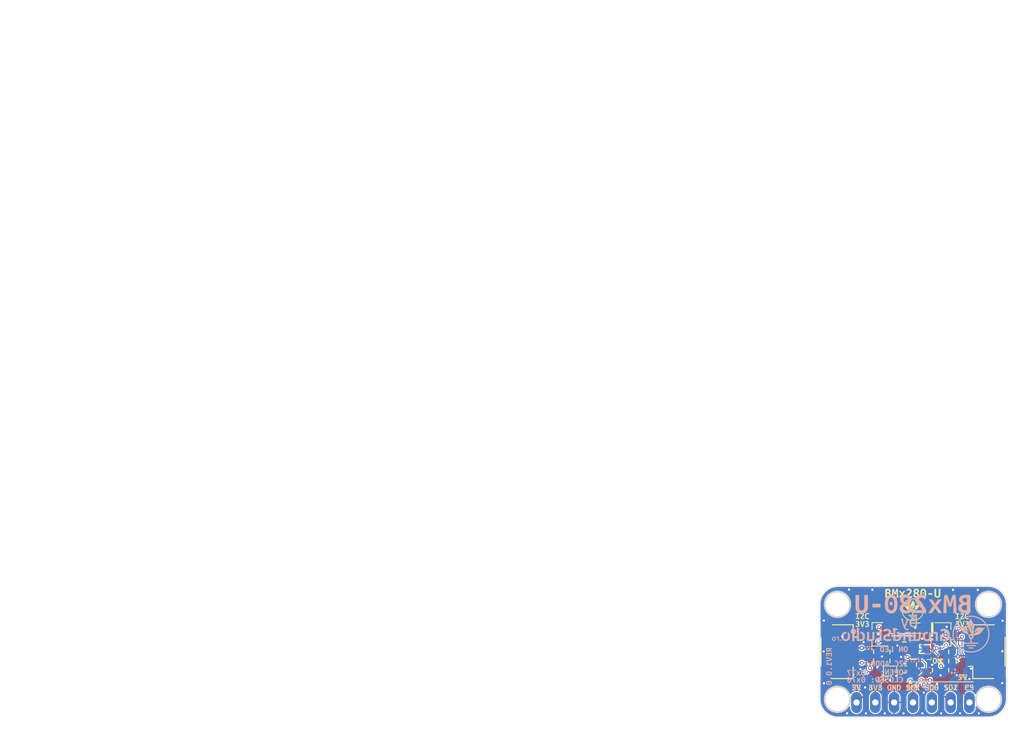
<source format=kicad_pcb>
(kicad_pcb (version 20221018) (generator pcbnew)
  (title_block (title "REV1.0.0 BLQJAZ_GS BMP280-module_U") (date "2024-03-14") (rev "1.0.0"))
  (layers (0 "F.Cu" signal) (31 "B.Cu" signal) (34 "B.Paste" user) (35 "F.Paste" user) (36 "B.SilkS" user "B.Silkscreen") (37 "F.SilkS" user "F.Silkscreen") (38 "B.Mask" user) (39 "F.Mask" user) (44 "Edge.Cuts" user))
  (net 0 "")
  (net 1 "GND")
  (net 2 "+3V3")
  (net 3 "CS")
  (net 4 "SDI_SDA")
  (net 5 "SDO_ADR")
  (net 6 "SCK_SCL")
  (net 7 "SDI_3V")
  (net 8 "SCK_3V")
  (net 9 "CSB_3V")
  (net 10 "Net-(LED1-Pad1)")
  (net 11 "Net-(J2-Pad2)")
  (net 12 "+5V")
  (footprint "GS_Global6:C_0402_alt" (layer "F.Cu") (at 146.1516 118.4402 90)
    (fp_text reference "C4")
    (fp_text value "C_0402_1uF_10V")
    (pad "1" smd roundrect (at -0.485 0 90) (size 0.59 0.64) (layers "F.Cu" "F.Paste" "F.Mask") (net 2 "+3V3"))
    (pad "2" smd roundrect (at 0.485 0 90) (size 0.59 0.64) (layers "F.Cu" "F.Paste" "F.Mask") (net 1 "GND"))
  )
  (footprint "GS_Global6:LED_0402_alt" (layer "F.Cu") (at 152.146 116.84 180)
    (fp_text reference "LED1")
    (fp_text value "ON_LED")
    (pad "1" smd roundrect (at -0.485 0 180) (size 0.59 0.64) (layers "F.Cu" "F.Paste" "F.Mask") (net 10 "Net-(LED1-Pad1)"))
    (pad "2" smd roundrect (at 0.485 0 180) (size 0.59 0.64) (layers "F.Cu" "F.Paste" "F.Mask") (net 2 "+3V3"))
  )
  (footprint "GS_Global6:SOD-323" (layer "F.Cu") (at 147.6375 112.395 180)
    (fp_text reference "D2")
    (fp_text value "1N4148WS")
    (pad "1" smd rect (at -1.3 0 180) (size 1.2 1.2) (layers "F.Cu" "F.Paste" "F.Mask") (net 3 "CS"))
    (pad "2" smd rect (at 1.3 0 180) (size 1.2 1.2) (layers "F.Cu" "F.Paste" "F.Mask") (net 9 "CSB_3V"))
  )
  (footprint "GS_Global6:SOT-23" (layer "F.Cu") (at 142.5575 113.2205 180)
    (fp_text reference "Q1")
    (fp_text value "BSS138")
    (pad "1" smd rect (at -1 -0.95 180) (size 0.9 0.8) (layers "F.Cu" "F.Paste" "F.Mask") (net 2 "+3V3"))
    (pad "2" smd rect (at -1 0.95 180) (size 0.9 0.8) (layers "F.Cu" "F.Paste" "F.Mask") (net 7 "SDI_3V"))
    (pad "3" smd rect (at 1 0 180) (size 0.9 0.8) (layers "F.Cu" "F.Paste" "F.Mask") (net 4 "SDI_SDA"))
  )
  (footprint "GS_Global6:R_0402_alt" (layer "F.Cu") (at 152.146 118.0592 180)
    (fp_text reference "R4")
    (fp_text value "R_0402_10k")
    (pad "1" smd roundrect (at -0.485 0 180) (size 0.59 0.64) (layers "F.Cu" "F.Paste" "F.Mask") (net 10 "Net-(LED1-Pad1)"))
    (pad "2" smd roundrect (at 0.485 0 180) (size 0.59 0.64) (layers "F.Cu" "F.Paste" "F.Mask") (net 11 "Net-(J2-Pad2)"))
  )
  (footprint "GS_Global6:LGA-8_2x2.5mm_BMP&BME280" (layer "F.Cu") (at 148.36394 115.32616)
    (fp_text reference "U1")
    (fp_text value "BMP280")
    (pad "1" smd rect (at 0.92 -0.975) (size 0.725 0.35) (layers "F.Cu" "F.Paste" "F.Mask") (net 1 "GND"))
    (pad "2" smd rect (at 0.92 -0.325) (size 0.725 0.35) (layers "F.Cu" "F.Paste" "F.Mask") (net 9 "CSB_3V"))
    (pad "3" smd rect (at 0.92 0.325) (size 0.725 0.35) (layers "F.Cu" "F.Paste" "F.Mask") (net 7 "SDI_3V"))
    (pad "4" smd rect (at 0.92 0.975) (size 0.725 0.35) (layers "F.Cu" "F.Paste" "F.Mask") (net 8 "SCK_3V"))
    (pad "5" smd rect (at -0.92 0.975) (size 0.725 0.35) (layers "F.Cu" "F.Paste" "F.Mask") (net 5 "SDO_ADR"))
    (pad "6" smd rect (at -0.92 0.325) (size 0.725 0.35) (layers "F.Cu" "F.Paste" "F.Mask") (net 2 "+3V3"))
    (pad "7" smd rect (at -0.92 -0.325) (size 0.725 0.35) (layers "F.Cu" "F.Paste" "F.Mask") (net 1 "GND"))
    (pad "8" smd rect (at -0.92 -0.975) (size 0.725 0.35) (layers "F.Cu" "F.Paste" "F.Mask") (net 2 "+3V3"))
  )
  (footprint "GS_Local:SCREW_M3" (layer "F.Cu") (at 137.09 104.775)
    (fp_text reference "REF**" hide)
    (fp_text value "SCREW_M3")
    (fp_curve (pts (xy -1.6601 4.39674) (xy -1.6601 3.457856) (xy -0.898984 2.69674) (xy 0.0399 2.69674)) (stroke (width 0.2)) (layer "Edge.Cuts"))
    (fp_curve (pts (xy 0.0399 2.69674) (xy 0.978784 2.69674) (xy 1.7399 3.457856) (xy 1.7399 4.39674)) (stroke (width 0.2)) (layer "Edge.Cuts"))
    (fp_curve (pts (xy 0.0399 6.09674) (xy -0.898984 6.09674) (xy -1.6601 5.335624) (xy -1.6601 4.39674)) (stroke (width 0.2)) (layer "Edge.Cuts"))
    (fp_curve (pts (xy 1.7399 4.39674) (xy 1.7399 5.335624) (xy 0.978784 6.09674) (xy 0.0399 6.09674)) (stroke (width 0.2)) (layer "Edge.Cuts"))
  )
  (footprint "GS_Local:SCREW_M3" (layer "F.Cu") (at 157.48 104.775)
    (fp_text reference "REF**" hide)
    (fp_text value "SCREW_M3")
    (fp_curve (pts (xy -1.6601 4.39674) (xy -1.6601 3.457856) (xy -0.898984 2.69674) (xy 0.0399 2.69674)) (stroke (width 0.2)) (layer "Edge.Cuts"))
    (fp_curve (pts (xy 0.0399 2.69674) (xy 0.978784 2.69674) (xy 1.7399 3.457856) (xy 1.7399 4.39674)) (stroke (width 0.2)) (layer "Edge.Cuts"))
    (fp_curve (pts (xy 0.0399 6.09674) (xy -0.898984 6.09674) (xy -1.6601 5.335624) (xy -1.6601 4.39674)) (stroke (width 0.2)) (layer "Edge.Cuts"))
    (fp_curve (pts (xy 1.7399 4.39674) (xy 1.7399 5.335624) (xy 0.978784 6.09674) (xy 0.0399 6.09674)) (stroke (width 0.2)) (layer "Edge.Cuts"))
  )
  (footprint "GS_Local:SCREW_M3" (layer "F.Cu") (at 137.09 117.602)
    (fp_text reference "REF**" hide)
    (fp_text value "SCREW_M3")
    (fp_curve (pts (xy -1.6601 4.39674) (xy -1.6601 3.457856) (xy -0.898984 2.69674) (xy 0.0399 2.69674)) (stroke (width 0.2)) (layer "Edge.Cuts"))
    (fp_curve (pts (xy 0.0399 2.69674) (xy 0.978784 2.69674) (xy 1.7399 3.457856) (xy 1.7399 4.39674)) (stroke (width 0.2)) (layer "Edge.Cuts"))
    (fp_curve (pts (xy 0.0399 6.09674) (xy -0.898984 6.09674) (xy -1.6601 5.335624) (xy -1.6601 4.39674)) (stroke (width 0.2)) (layer "Edge.Cuts"))
    (fp_curve (pts (xy 1.7399 4.39674) (xy 1.7399 5.335624) (xy 0.978784 6.09674) (xy 0.0399 6.09674)) (stroke (width 0.2)) (layer "Edge.Cuts"))
  )
  (footprint "GS_Local:SCREW_M3" (layer "F.Cu") (at 157.48 117.602)
    (fp_text reference "REF**" hide)
    (fp_text value "SCREW_M3")
    (fp_curve (pts (xy -1.6601 4.39674) (xy -1.6601 3.457856) (xy -0.898984 2.69674) (xy 0.0399 2.69674)) (stroke (width 0.2)) (layer "Edge.Cuts"))
    (fp_curve (pts (xy 0.0399 2.69674) (xy 0.978784 2.69674) (xy 1.7399 3.457856) (xy 1.7399 4.39674)) (stroke (width 0.2)) (layer "Edge.Cuts"))
    (fp_curve (pts (xy 0.0399 6.09674) (xy -0.898984 6.09674) (xy -1.6601 5.335624) (xy -1.6601 4.39674)) (stroke (width 0.2)) (layer "Edge.Cuts"))
    (fp_curve (pts (xy 1.7399 4.39674) (xy 1.7399 5.335624) (xy 0.978784 6.09674) (xy 0.0399 6.09674)) (stroke (width 0.2)) (layer "Edge.Cuts"))
  )
  (footprint "GS_Global6:C_0402_alt" (layer "F.Cu") (at 146.13382 114.26444 -90)
    (fp_text reference "C1")
    (fp_text value "C_0402_100nF_16V")
    (pad "1" smd roundrect (at -0.485 0 270) (size 0.59 0.64) (layers "F.Cu" "F.Paste" "F.Mask") (net 2 "+3V3"))
    (pad "2" smd roundrect (at 0.485 0 270) (size 0.59 0.64) (layers "F.Cu" "F.Paste" "F.Mask") (net 1 "GND"))
  )
  (footprint "GS_Global6:R_0402_alt" (layer "F.Cu") (at 142.0114 116.7892 180)
    (fp_text reference "R1")
    (fp_text value "R_0402_10k")
    (pad "1" smd roundrect (at -0.485 0 180) (size 0.59 0.64) (layers "F.Cu" "F.Paste" "F.Mask") (net 12 "+5V"))
    (pad "2" smd roundrect (at 0.485 0 180) (size 0.59 0.64) (layers "F.Cu" "F.Paste" "F.Mask") (net 6 "SCK_SCL"))
  )
  (footprint "GS_Global6:R_0402_alt" (layer "F.Cu") (at 142.0114 115.57 180)
    (fp_text reference "R2")
    (fp_text value "R_0402_10k")
    (pad "1" smd roundrect (at -0.485 0 180) (size 0.59 0.64) (layers "F.Cu" "F.Paste" "F.Mask") (net 12 "+5V"))
    (pad "2" smd roundrect (at 0.485 0 180) (size 0.59 0.64) (layers "F.Cu" "F.Paste" "F.Mask") (net 4 "SDI_SDA"))
  )
  (footprint "GS_Global6:R_0402_alt" (layer "F.Cu") (at 152.146 115.5954)
    (fp_text reference "R3")
    (fp_text value "R_0402_10k")
    (pad "1" smd roundrect (at -0.485 0) (size 0.59 0.64) (layers "F.Cu" "F.Paste" "F.Mask") (net 2 "+3V3"))
    (pad "2" smd roundrect (at 0.485 0) (size 0.59 0.64) (layers "F.Cu" "F.Paste" "F.Mask") (net 7 "SDI_3V"))
  )
  (footprint "GS_Global6:R_0402_alt" (layer "F.Cu") (at 149.9616 118.0592 180)
    (fp_text reference "R7")
    (fp_text value "R_0402_10k")
    (pad "1" smd roundrect (at -0.485 0 180) (size 0.59 0.64) (layers "F.Cu" "F.Paste" "F.Mask") (net 2 "+3V3"))
    (pad "2" smd roundrect (at 0.485 0 180) (size 0.59 0.64) (layers "F.Cu" "F.Paste" "F.Mask") (net 8 "SCK_3V"))
  )
  (footprint "GS_Global6:SH__1x04_P1.00mm_Horizontal" (layer "F.Cu") (at 157.48 115.57 90)
    (fp_text reference "X2")
    (fp_text value "SH_1x04_P1.0_H")
    (pad "0" smd roundrect (at -2.9972 0.1524 90) (size 1 4.199999) (layers "F.Cu" "F.Paste" "F.Mask") (roundrect_rratio 0.208) (net 1 "GND"))
    (pad "0" smd roundrect (at 2.9972 0.127 90) (size 1 4.199999) (layers "F.Cu" "F.Paste" "F.Mask") (roundrect_rratio 0.208) (net 1 "GND"))
    (pad "1" smd roundrect (at -1.5 -1.8796 90) (size 0.6 1.8) (layers "F.Cu" "F.Paste" "F.Mask") (net 1 "GND"))
    (pad "2" smd roundrect (at -0.5 -1.8796 90) (size 0.6 1.8) (layers "F.Cu" "F.Paste" "F.Mask") (net 2 "+3V3"))
    (pad "3" smd roundrect (at 0.5 -1.8796 90) (size 0.6 1.8) (layers "F.Cu" "F.Paste" "F.Mask") (net 7 "SDI_3V"))
    (pad "4" smd roundrect (at 1.5 -1.8796 90) (size 0.6 1.8) (layers "F.Cu" "F.Paste" "F.Mask") (net 8 "SCK_3V"))
  )
  (footprint "GS_Global6:SH__1x04_P1.00mm_Horizontal" (layer "F.Cu") (at 137.16 115.57 -90)
    (fp_text reference "X1")
    (fp_text value "SH_1x04_P1.0_H")
    (pad "0" smd roundrect (at -2.9972 0.1524 270) (size 1 4.199999) (layers "F.Cu" "F.Paste" "F.Mask") (roundrect_rratio 0.208) (net 1 "GND"))
    (pad "0" smd roundrect (at 2.9972 0.127 270) (size 1 4.199999) (layers "F.Cu" "F.Paste" "F.Mask") (roundrect_rratio 0.208) (net 1 "GND"))
    (pad "1" smd roundrect (at -1.5 -1.8796 270) (size 0.6 1.8) (layers "F.Cu" "F.Paste" "F.Mask") (net 1 "GND"))
    (pad "2" smd roundrect (at -0.5 -1.8796 270) (size 0.6 1.8) (layers "F.Cu" "F.Paste" "F.Mask") (net 2 "+3V3"))
    (pad "3" smd roundrect (at 0.5 -1.8796 270) (size 0.6 1.8) (layers "F.Cu" "F.Paste" "F.Mask") (net 7 "SDI_3V"))
    (pad "4" smd roundrect (at 1.5 -1.8796 270) (size 0.6 1.8) (layers "F.Cu" "F.Paste" "F.Mask") (net 8 "SCK_3V"))
  )
  (footprint "GS_Global6:C_0402_alt" (layer "F.Cu") (at 144.2212 116.8146)
    (fp_text reference "C3")
    (fp_text value "C_0402_1uF_10V")
    (pad "1" smd roundrect (at -0.485 0) (size 0.59 0.64) (layers "F.Cu" "F.Paste" "F.Mask") (net 12 "+5V"))
    (pad "2" smd roundrect (at 0.485 0) (size 0.59 0.64) (layers "F.Cu" "F.Paste" "F.Mask") (net 1 "GND"))
  )
  (footprint "GS_Branding:GS_Logo2_3x3" (layer "F.Cu") (at 147.2946 109.9058)
    (fp_text reference "G***" hide)
    (fp_text value "LOGO" hide)
  )
  (footprint "GS_Global6:C_0402_alt" (layer "F.Cu") (at 147.8026 117.33022 180)
    (fp_text reference "C2")
    (fp_text value "C_0402_100nF_16V")
    (pad "1" smd roundrect (at -0.485 0 180) (size 0.59 0.64) (layers "F.Cu" "F.Paste" "F.Mask") (net 2 "+3V3"))
    (pad "2" smd roundrect (at 0.485 0 180) (size 0.59 0.64) (layers "F.Cu" "F.Paste" "F.Mask") (net 1 "GND"))
  )
  (footprint "GS_Global6:FBP1-1-4" (layer "F.Cu") (at 144.24152 118.18874 180)
    (fp_text reference "REG1")
    (fp_text value "FBP1-1-4_ME6211C33U4AG-N")
    (pad "1" smd custom (at -0.35 -0.35 180) (size 0.01 0.01) (layers "F.Cu" "F.Paste" "F.Mask") (net 2 "+3V3") (clearance 0.1524) (options (clearance outline) (anchor rect)) (primitives (gr_poly (pts (xy -0.35 -0.1275) (xy 0.13 -0.1275) (xy 0.13 -0.06) (xy -0.06 0.1275) (xy -0.35 0.1275)) (width 0) (fill yes))))
    (pad "2" smd custom (at -0.35 0.35 270) (size 0.01 0.01) (layers "F.Cu" "F.Paste" "F.Mask") (net 1 "GND") (clearance 0.1524) (options (clearance outline) (anchor rect)) (primitives (gr_poly (pts (xy -0.1275 -0.35) (xy 0.1275 -0.35) (xy 0.1275 -0.06) (xy -0.06 0.13) (xy -0.1275 0.13)) (width 0) (fill yes))))
    (pad "3" smd custom (at 0.35 0.35) (size 0.01 0.01) (layers "F.Cu" "F.Paste" "F.Mask") (net 12 "+5V") (clearance 0.1524) (options (clearance outline) (anchor rect)) (primitives (gr_poly (pts (xy -0.35 -0.1275) (xy 0.13 -0.1275) (xy 0.13 -0.06) (xy -0.06 0.1275) (xy -0.35 0.1275)) (width 0) (fill yes))))
    (pad "4" smd custom (at 0.35 -0.35 90) (size 0.01 0.01) (layers "F.Cu" "F.Paste" "F.Mask") (net 12 "+5V") (clearance 0.1524) (options (clearance outline) (anchor rect)) (primitives (gr_poly (pts (xy -0.1275 -0.35) (xy 0.1275 -0.35) (xy 0.1275 -0.06) (xy -0.06 0.13) (xy -0.1275 0.13)) (width 0) (fill yes))))
    (pad "5" smd rect (at 0 0 180) (size 0.3325 0.3325) (layers "F.Cu" "F.Paste") (net 1 "GND"))
    (pad "5" smd rect (at 0 0 225) (size 0.47 0.47) (layers "F.Cu" "F.Mask") (net 1 "GND") (clearance 0.1524))
  )
  (footprint "GS_Global6:SOT-23" (layer "F.Cu") (at 151.6888 113.23574)
    (fp_text reference "Q2")
    (fp_text value "BSS138")
    (pad "1" smd rect (at -1 -0.95) (size 0.9 0.8) (layers "F.Cu" "F.Paste" "F.Mask") (net 2 "+3V3"))
    (pad "2" smd rect (at -1 0.95) (size 0.9 0.8) (layers "F.Cu" "F.Paste" "F.Mask") (net 8 "SCK_3V"))
    (pad "3" smd rect (at 1 0) (size 0.9 0.8) (layers "F.Cu" "F.Paste" "F.Mask") (net 6 "SCK_SCL"))
  )
  (footprint "kibuzzard-6343FCED" (layer "F.Cu") (at 139.69 120.41)
    (fp_text reference "kibuzzard-6343FCED" hide)
    (fp_text value "G***" hide)
  )
  (footprint "kibuzzard-6343FCED" (layer "F.Cu") (at 154.04 119.03)
    (fp_text reference "kibuzzard-6343FCED" hide)
    (fp_text value "G***" hide)
  )
  (footprint "kibuzzard-6343FD42" (layer "F.Cu") (at 149.86 120.41)
    (fp_text reference "kibuzzard-6343FD42" hide)
    (fp_text value "G***" hide)
  )
  (footprint "kibuzzard-6343FED9" (layer "F.Cu") (at 152.42 120.41)
    (fp_text reference "kibuzzard-6343FED9" hide)
    (fp_text value "G***" hide)
  )
  (footprint "kibuzzard-6343FCE2" (layer "F.Cu") (at 150.58 116.8)
    (fp_text reference "kibuzzard-6343FCE2" hide)
    (fp_text value "G***" hide)
  )
  (footprint "kibuzzard-6343F740" (layer "F.Cu") (at 140.49 110.76)
    (fp_text reference "kibuzzard-6343F740" hide)
    (fp_text value "G***" hide)
  )
  (footprint "kibuzzard-6343FCC8" (layer "F.Cu") (at 142.25 120.41)
    (fp_text reference "kibuzzard-6343FCC8" hide)
    (fp_text value "G***" hide)
  )
  (footprint "kibuzzard-6343F74A" (layer "F.Cu") (at 140.49 111.82)
    (fp_text reference "kibuzzard-6343F74A" hide)
    (fp_text value "G***" hide)
  )
  (footprint "kibuzzard-6343F740" (layer "F.Cu") (at 153.97 110.78)
    (fp_text reference "kibuzzard-6343F740" hide)
    (fp_text value "G***" hide)
  )
  (footprint "kibuzzard-6343FEE9" (layer "F.Cu") (at 154.92 120.41)
    (fp_text reference "kibuzzard-6343FEE9" hide)
    (fp_text value "G***" hide)
  )
  (footprint "kibuzzard-6343FD19" (layer "F.Cu") (at 144.77 120.41)
    (fp_text reference "kibuzzard-6343FD19" hide)
    (fp_text value "G***" hide)
  )
  (footprint "GS_Global6:R_0402_alt" (layer "F.Cu") (at 144.91 112.545 -90)
    (fp_text reference "R6")
    (fp_text value "R_0402_10k")
    (pad "1" smd roundrect (at -0.485 0 270) (size 0.59 0.64) (layers "F.Cu" "F.Paste" "F.Mask") (net 2 "+3V3"))
    (pad "2" smd roundrect (at 0.485 0 270) (size 0.59 0.64) (layers "F.Cu" "F.Paste" "F.Mask") (net 9 "CSB_3V"))
  )
  (footprint "kibuzzard-6343F74A" (layer "F.Cu") (at 153.97 111.84)
    (fp_text reference "kibuzzard-6343F74A" hide)
    (fp_text value "G***" hide)
  )
  (footprint "kibuzzard-6343F6DB" (layer "F.Cu") (at 147.3 107.67)
    (fp_text reference "kibuzzard-6343F6DB" hide)
    (fp_text value "G***" hide)
  )
  (footprint "GS_Global6:R_0402_alt" (layer "F.Cu") (at 144.2 115.5954)
    (fp_text reference "R5")
    (fp_text value "R_0402_10k")
    (pad "1" smd roundrect (at -0.485 0) (size 0.59 0.64) (layers "F.Cu" "F.Paste" "F.Mask") (net 2 "+3V3"))
    (pad "2" smd roundrect (at 0.485 0) (size 0.59 0.64) (layers "F.Cu" "F.Paste" "F.Mask") (net 5 "SDO_ADR"))
  )
  (footprint "kibuzzard-6343FD2F" (layer "F.Cu") (at 147.31 120.41)
    (fp_text reference "kibuzzard-6343FD2F" hide)
    (fp_text value "G***" hide)
  )
  (footprint "GS_Global6:PinHeader_1x07_P2.54mm_Vertical_Male" (layer "B.Cu") (at 139.7 122.428 -90)
    (fp_text reference "J1")
    (fp_text value "Conn_01x07")
    (pad "1" thru_hole oval (at 0 0 270) (size 2.8448 1.4224) (drill 0.849884) (layers "*.Cu" "*.Mask") (net 12 "+5V"))
    (pad "2" thru_hole oval (at 0 -2.54 270) (size 2.8448 1.4224) (drill 0.849884) (layers "*.Cu" "*.Mask") (net 2 "+3V3"))
    (pad "3" thru_hole oval (at 0 -5.08 270) (size 2.8448 1.4224) (drill 0.849884) (layers "*.Cu" "*.Mask") (net 1 "GND"))
    (pad "4" thru_hole oval (at 0 -7.62 270) (size 2.8448 1.4224) (drill 0.849884) (layers "*.Cu" "*.Mask") (net 6 "SCK_SCL"))
    (pad "5" thru_hole oval (at 0 -10.16 270) (size 2.8448 1.4224) (drill 0.849884) (layers "*.Cu" "*.Mask") (net 5 "SDO_ADR"))
    (pad "6" thru_hole oval (at 0 -12.7 270) (size 2.8448 1.4224) (drill 0.849884) (layers "*.Cu" "*.Mask") (net 4 "SDI_SDA"))
    (pad "7" thru_hole oval (at 0 -15.24 270) (size 2.8448 1.4224) (drill 0.849884) (layers "*.Cu" "*.Mask") (net 3 "CS"))
  )
  (footprint "GS_Branding:GS_GroundStudio_14.6x1.8" (layer "B.Cu") (at 144.9832 113.2332 180)
    (fp_text reference "G***" hide)
    (fp_text value "LOGO" hide)
  )
  (footprint "GS_Branding:GS_Logo2_5x5" (layer "B.Cu") (at 155.1559 113.1951 180)
    (fp_text reference "G***" hide)
    (fp_text value "LOGO" hide)
  )
  (footprint "GS_Branding:GS_.ro_1.2x0.6" (layer "B.Cu") (at 137.0076 113.8174 180)
    (fp_text reference "G***" hide)
    (fp_text value "LOGO" hide)
  )
  (footprint "GS_Branding:by 2.2x2.1" (layer "B.Cu") (at 146.7866 111.5949 180)
    (fp_text reference "G***" hide)
    (fp_text value "LOGO" hide)
  )
  (footprint "GS_Global6:SolderJumper_NO" (layer "B.Cu") (at 148.21662 118.33352)
    (fp_text reference "J4")
    (fp_text value "SolderJumper_NO")
    (pad "1" smd custom (at -0.889 0) (size 0.9 0.9) (layers "B.Cu" "B.Mask") (net 1 "GND") (options (clearance outline) (anchor rect)) (primitives (gr_poly (pts (xy -0.508 0.508) (xy 0.45 0.508) (xy 0.9 0) (xy 0.45 -0.508) (xy -0.508 -0.508)) (width 0) (fill yes))))
    (pad "2" smd custom (at 0.889 0 180) (size 0.9 0.9) (layers "B.Cu" "B.Mask") (net 5 "SDO_ADR") (options (clearance outline) (anchor rect)) (primitives (gr_poly (pts (xy -0.508 0.508) (xy 0.9 0.508) (xy 0.45 0) (xy 0.9 -0.508) (xy -0.508 -0.508)) (width 0) (fill yes))))
  )
  (footprint "GS_Global6:SolderJumper_NC" (layer "B.Cu") (at 148.22678 115.22202)
    (fp_text reference "J2")
    (fp_text value "LED disable")
    (fp_line (start -0.1016 0) (end 0.4064 0) (stroke (width 0.1524)) (layer "B.Cu"))
    (pad "1" smd custom (at -0.889 0) (size 0.1 0.9) (layers "B.Cu" "B.Mask") (net 1 "GND") (options (clearance outline) (anchor rect)) (primitives (gr_poly (pts (xy -0.508 0.508) (xy 0.45 0.508) (xy 0.9 0) (xy 0.45 -0.508) (xy -0.508 -0.508)) (width 0) (fill yes))))
    (pad "2" smd custom (at 0.889 0 180) (size 0.1 0.9) (layers "B.Cu" "B.Mask") (net 11 "Net-(J2-Pad2)") (options (clearance outline) (anchor rect)) (primitives (gr_poly (pts (xy -0.508 0.508) (xy 0.9 0.508) (xy 0.45 0) (xy 0.9 -0.508) (xy -0.508 -0.508)) (width 0) (fill yes))))
  )
  (footprint "kibuzzard-634539C0" (layer "B.Cu") (at 144.844234 118.3457 180)
    (fp_text reference "kibuzzard-634539C0" hide)
    (fp_text value "G***" hide)
  )
  (footprint "kibuzzard-6343FCED" (layer "B.Cu") (at 154.1 119.02 180)
    (fp_text reference "kibuzzard-6343FCED" hide)
    (fp_text value "G***" hide)
  )
  (footprint "kibuzzard-6343FED9" (layer "B.Cu") (at 152.428956 120.41 180)
    (fp_text reference "kibuzzard-6343FED9" hide)
    (fp_text value "G***" hide)
  )
  (footprint "kibuzzard-6343FCC8" (layer "B.Cu") (at 142.258956 120.41 180)
    (fp_text reference "kibuzzard-6343FCC8" hide)
    (fp_text value "G***" hide)
  )
  (footprint "kibuzzard-6343EE4B" (layer "B.Cu") (at 144.74 115.23 180)
    (fp_text reference "kibuzzard-6343EE4B" hide)
    (fp_text value "G***" hide)
  )
  (footprint "kibuzzard-6343FD2F" (layer "B.Cu") (at 147.318956 120.41 180)
    (fp_text reference "kibuzzard-6343FD2F" hide)
    (fp_text value "G***" hide)
  )
  (footprint "kibuzzard-634406C2" (layer "B.Cu") (at 142.22 119.345442 180)
    (fp_text reference "kibuzzard-634406C2" hide)
    (fp_text value "G***" hide)
  )
  (footprint "kibuzzard-6343FEE9" (layer "B.Cu") (at 154.928956 120.41 180)
    (fp_text reference "kibuzzard-6343FEE9" hide)
    (fp_text value "G***" hide)
  )
  (footprint "kibuzzard-634539A0" (layer "B.Cu") (at 139.654234 118.4157 180)
    (fp_text reference "kibuzzard-634539A0" hide)
    (fp_text value "G***" hide)
  )
  (footprint "kibuzzard-6343FCED" (layer "B.Cu") (at 139.698956 120.41 180)
    (fp_text reference "kibuzzard-6343FCED" hide)
    (fp_text value "G***" hide)
  )
  (footprint "kibuzzard-6343FD19" (layer "B.Cu") (at 144.778956 120.41 180)
    (fp_text reference "kibuzzard-6343FD19" hide)
    (fp_text value "G***" hide)
  )
  (footprint "kibuzzard-634539DF" (layer "B.Cu") (at 143.894234 117.1757 180)
    (fp_text reference "kibuzzard-634539DF" hide)
    (fp_text value "G***" hide)
  )
  (footprint "kibuzzard-6343FD42" (layer "B.Cu") (at 149.86 120.41 180)
    (fp_text reference "kibuzzard-6343FD42" hide)
    (fp_text value "G***" hide)
  )
  (footprint "kibuzzard-6343F70F" (layer "B.Cu") (at 147.32 109.13 180)
    (fp_text reference "kibuzzard-6343F70F" hide)
    (fp_text value "G***" hide)
  )
  (footprint "kibuzzard-63440681" (layer "B.Cu") (at 135.98 117.57 -90)
    (fp_text reference "kibuzzard-63440681" hide)
    (fp_text value "G***" hide)
  )
  (gr_line (start 146.405 119.645) (end 155.435 119.655) (stroke (width 0.1524)) (layer "B.SilkS"))
  (gr_line (start 146.42 119.65) (end 155.45 119.64) (stroke (width 0.1524)) (layer "F.SilkS"))
  (gr_arc (start 137.188834 124.46) (mid 135.4268 123.72574) (end 134.7 121.960643) (stroke (width 0.05)) (layer "Edge.Cuts"))
  (gr_arc (start 160 121.971166) (mid 159.265716 123.733156) (end 157.500643 124.46) (stroke (width 0.05)) (layer "Edge.Cuts"))
  (gr_arc (start 157.511166 106.68) (mid 159.273174 107.414275) (end 160 109.179357) (stroke (width 0.05)) (layer "Edge.Cuts"))
  (gr_line (start 137.188834 124.46) (end 157.500643 124.46) (stroke (width 0.05)) (layer "Edge.Cuts"))
  (gr_arc (start 134.7 109.168835) (mid 135.434737 107.406389) (end 137.20064 106.68) (stroke (width 0.05)) (layer "Edge.Cuts"))
  (gr_line (start 160 121.971166) (end 160 109.179357) (stroke (width 0.05)) (layer "Edge.Cuts"))
  (gr_line (start 134.7 109.168835) (end 134.7 121.960643) (stroke (width 0.05)) (layer "Edge.Cuts"))
  (gr_line (start 157.511166 106.68) (end 137.20064 106.68) (stroke (width 0.05)) (layer "Edge.Cuts"))
  (segment (start 146.15 117.18) (end 146.1516 117.1816) (width 0.175857) (layer "F.Cu") (net 1))
  (segment (start 146.15 117.18) (end 145.46 117.18) (width 0.175857) (layer "F.Cu") (net 1))
  (segment (start 144.7788 117.8612) (end 144.7012 117.8612) (width 0.175857) (layer "F.Cu") (net 1))
  (segment (start 149.2687 114.3664) (end 149.28394 114.35116) (width 0.175857) (layer "F.Cu") (net 1))
  (segment (start 147.4351 115.01) (end 146.89 115.01) (width 0.175857) (layer "F.Cu") (net 1))
  (segment (start 146.1516 117.1816) (end 146.1516 117.9552) (width 0.175857) (layer "F.Cu") (net 1))
  (segment (start 149.28394 114.35116) (end 149.09836 114.35116) (width 0.175857) (layer "F.Cu") (net 1))
  (segment (start 145.2408 116.28) (end 144.7062 116.8146) (width 0.175857) (layer "F.Cu") (net 1))
  (segment (start 146.62944 114.74944) (end 146.13382 114.74944) (width 0.175857) (layer "F.Cu") (net 1))
  (segment (start 144.5716 117.8612) (end 144.7012 117.8612) (width 0.175857) (layer "F.Cu") (net 1))
  (segment (start 145.46 117.18) (end 144.7788 117.8612) (width 0.175857) (layer "F.Cu") (net 1))
  (segment (start 147.44394 115.00116) (end 147.4351 115.01) (width 0.175857) (layer "F.Cu") (net 1))
  (segment (start 144.59152 117.83874) (end 144.59152 116.92928) (width 0.175857) (layer "F.Cu") (net 1))
  (segment (start 146.15 117.18) (end 147.16738 117.18) (width 0.175857) (layer "F.Cu") (net 1))
  (segment (start 146.89 115.01) (end 146.62944 114.74944) (width 0.175857) (layer "F.Cu") (net 1))
  (segment (start 149.28394 114.35116) (end 149.100106 114.35116) (width 0.175857) (layer "F.Cu") (net 1))
  (segment (start 144.59152 116.92928) (end 144.7062 116.8146) (width 0.175857) (layer "F.Cu") (net 1))
  (segment (start 145.71 116.28) (end 145.2408 116.28) (width 0.175857) (layer "F.Cu") (net 1))
  (segment (start 147.16738 117.18) (end 147.3176 117.33022) (width 0.175857) (layer "F.Cu") (net 1))
  (segment (start 149.09836 114.35116) (end 148.5646 113.8174) (width 0.175857) (layer "F.Cu") (net 1))
  (segment (start 144.2466 118.1862) (end 144.5716 117.8612) (width 0.2) (layer "F.Cu") (net 1))
  (via (at 137.77 113.52) (size 0.5) (drill 0.3) (layers "F.Cu" "B.Cu") (net 1))
  (via (at 148.77 121.09) (size 0.5) (drill 0.3) (layers "F.Cu" "B.Cu") (net 1))
  (via (at 153.67 123.89) (size 0.6) (drill 0.3) (layers "F.Cu" "B.Cu") (net 1))
  (via (at 140.97 123.89) (size 0.6) (drill 0.3) (layers "F.Cu" "B.Cu") (net 1))
  (via (at 156.21 123.89) (size 0.6) (drill 0.3) (layers "F.Cu" "B.Cu") (net 1))
  (via (at 138.43 123.89) (size 0.6) (drill 0.3) (layers "F.Cu" "B.Cu") (net 1))
  (via (at 159.4104 111.3917) (size 0.6) (drill 0.3) (layers "F.Cu" "B.Cu") (net 1))
  (via (at 151.05 118.77) (size 0.5) (drill 0.3) (layers "F.Cu" "B.Cu") (net 1))
  (via (at 153.22 118.74) (size 0.5) (drill 0.3) (layers "F.Cu" "B.Cu") (net 1))
  (via (at 149.91 113.39) (size 0.5) (drill 0.3) (layers "F.Cu" "B.Cu") (net 1))
  (via (at 144.236246 119.419413) (size 0.6) (drill 0.3) (layers "F.Cu" "B.Cu") (net 1))
  (via (at 140.86 120.4) (size 0.6) (drill 0.3) (layers "F.Cu" "B.Cu") (net 1))
  (via (at 152.73 107.22) (size 0.6) (drill 0.3) (layers "F.Cu" "B.Cu") (net 1))
  (via (at 135.2677 115.5446) (size 0.6) (drill 0.3) (layers "F.Cu" "B.Cu") (net 1))
  (via (at 159.3596 119.8118) (size 0.6) (drill 0.3) (layers "F.Cu" "B.Cu") (net 1))
  (via (at 141.84 107.21) (size 0.6) (drill 0.3) (layers "F.Cu" "B.Cu") (net 1))
  (via (at 135.29 111.36) (size 0.6) (drill 0.3) (layers "F.Cu" "B.Cu") (net 1))
  (via (at 145.71 116.28) (size 0.6) (drill 0.3) (layers "F.Cu" "B.Cu") (net 1))
  (via (at 151.87 112.21) (size 0.5) (drill 0.3) (layers "F.Cu" "B.Cu") (net 1))
  (via (at 142.51 117.69) (size 0.5) (drill 0.3) (layers "F.Cu" "B.Cu") (net 1))
  (via (at 140.24 117.93) (size 0.5) (drill 0.3) (layers "F.Cu" "B.Cu") (net 1))
  (via (at 146.05 123.89) (size 0.6) (drill 0.3) (layers "F.Cu" "B.Cu") (net 1))
  (via (at 142.63 113.22) (size 0.5) (drill 0.3) (layers "F.Cu" "B.Cu") (net 1))
  (via (at 159.39 115.5) (size 0.6) (drill 0.3) (layers "F.Cu" "B.Cu") (net 1))
  (via (at 145.22 114.74) (size 0.6) (drill 0.3) (layers "F.Cu" "B.Cu") (net 1))
  (via (at 148.5646 113.8174) (size 0.6) (drill 0.3) (layers "F.Cu" "B.Cu") (net 1))
  (via (at 146.15 117.18) (size 0.6) (drill 0.3) (layers "F.Cu" "B.Cu") (net 1))
  (via (at 140.66 114.28) (size 0.5) (drill 0.3) (layers "F.Cu" "B.Cu") (net 1))
  (via (at 151.13 123.89) (size 0.6) (drill 0.3) (layers "F.Cu" "B.Cu") (net 1))
  (via (at 156.0703 107.2261) (size 0.6) (drill 0.3) (layers "F.Cu" "B.Cu") (net 1))
  (via (at 147.63 112.34) (size 0.5) (drill 0.3) (layers "F.Cu" "B.Cu") (net 1))
  (via (at 149.91 117.34) (size 0.6) (drill 0.3) (layers "F.Cu" "B.Cu") (net 1))
  (via (at 138.684 107.188) (size 0.6) (drill 0.3) (layers "F.Cu" "B.Cu") (net 1))
  (via (at 155.15 117.86) (size 0.5) (drill 0.3) (layers "F.Cu" "B.Cu") (net 1))
  (via (at 143.15 116.22) (size 0.5) (drill 0.3) (layers "F.Cu" "B.Cu") (net 1))
  (via (at 143.51 123.89) (size 0.6) (drill 0.3) (layers "F.Cu" "B.Cu") (net 1))
  (via (at 150.58 119.9) (size 0.5) (drill 0.3) (layers "F.Cu" "B.Cu") (net 1))
  (via (at 135.3058 119.8372) (size 0.6) (drill 0.3) (layers "F.Cu" "B.Cu") (net 1))
  (via (at 154.95 119.25) (size 0.5) (drill 0.3) (layers "F.Cu" "B.Cu") (net 1))
  (via (at 148.59 123.89) (size 0.6) (drill 0.3) (layers "F.Cu" "B.Cu") (net 1))
  (segment (start 148.5646 113.8174) (end 146.1426 113.8174) (width 0.175857) (layer "B.Cu") (net 1))
  (segment (start 146.15 117.18) (end 146.15 116.72) (width 0.175857) (layer "B.Cu") (net 1))
  (segment (start 145.22 115.79) (end 145.71 116.28) (width 0.175857) (layer "B.Cu") (net 1))
  (segment (start 146.1426 113.8174) (end 145.22 114.74) (width 0.175857) (layer "B.Cu") (net 1))
  (segment (start 145.22 114.74) (end 145.22 115.79) (width 0.175857) (layer "B.Cu") (net 1))
  (segment (start 146.15 116.72) (end 145.71 116.28) (width 0.175857) (layer "B.Cu") (net 1))
  (segment (start 150.4466 117.2234) (end 150.83 116.84) (width 0.175857) (layer "F.Cu") (net 2))
  (segment (start 146.1516 118.9252) (end 147.37842 118.9252) (width 0.175857) (layer "F.Cu") (net 2))
  (segment (start 150.68626 112.2832) (end 149.98306 111.58) (width 0.175857) (layer "F.Cu") (net 2))
  (segment (start 147.68116 114.35116) (end 148.021368 114.691368) (width 0.175857) (layer "F.Cu") (net 2))
  (segment (start 143.5575 114.1705) (end 143.6751 114.2881) (width 0.175857) (layer "F.Cu") (net 2))
  (segment (start 153.4639 116.1161) (end 155.5543 116.1161) (width 0.175857) (layer "F.Cu") (net 2))
  (segment (start 140.41 115.06) (end 139.0496 115.06) (width 0.175857) (layer "F.Cu") (net 2))
  (segment (start 144.28978 113.43822) (end 144.044 113.684) (width 0.175857) (layer "F.Cu") (net 2))
  (segment (start 147.37842 118.9252) (end 148.2876 118.01602) (width 0.175857) (layer "F.Cu") (net 2))
  (segment (start 144.591276 118.5112) (end 144.195908 118.906568) (width 0.175857) (layer "F.Cu") (net 2))
  (segment (start 148.2876 118.01602) (end 148.2876 116.2976) (width 0.175857) (layer "F.Cu") (net 2))
  (segment (start 143.548 114.18) (end 142.66 114.18) (width 0.175857) (layer "F.Cu") (net 2))
  (segment (start 143.6751 114.2881) (end 143.6751 115.4327) (width 0.175857) (layer "F.Cu") (net 2))
  (segment (start 146.13382 113.77944) (end 146.87222 113.77944) (width 0.175857) (layer "F.Cu") (net 2))
  (segment (start 139.0496 115.06) (end 139.0396 115.07) (width 0.175857) (layer "F.Cu") (net 2))
  (segment (start 148.021368 115.268632) (end 147.63884 115.65116) (width 0.175857) (layer "F.Cu") (net 2))
  (segment (start 151.726483 113.293517) (end 150.716166 112.2832) (width 0.175857) (layer "F.Cu") (net 2))
  (segment (start 148.2876 116.2976) (end 147.64116 115.65116) (width 0.175857) (layer "F.Cu") (net 2))
  (segment (start 145.7376 118.5112) (end 144.591276 118.5112) (width 0.175857) (layer "F.Cu") (net 2))
  (segment (start 144.28978 112.67722) (end 144.28978 113.43822) (width 0.175857) (layer "F.Cu") (net 2))
  (segment (start 151.661 116.84) (end 151.661 115.5954) (width 0.175857) (layer "F.Cu") (net 2))
  (segment (start 150.716166 112.2832) (end 150.68626 112.2832) (width 0.175857) (layer "F.Cu") (net 2))
  (segment (start 143.5575 114.1705) (end 143.548 114.18) (width 0.175857) (layer "F.Cu") (net 2))
  (segment (start 147.64116 115.65116) (end 147.44394 115.65116) (width 0.175857) (layer "F.Cu") (net 2))
  (segment (start 144.044 113.684) (end 143.5575 114.1705) (width 0.175857) (layer "F.Cu") (net 2))
  (segment (start 153.37 116.21) (end 152.2756 116.21) (width 0.175857) (layer "F.Cu") (net 2))
  (segment (start 146.03838 113.684) (end 146.13382 113.77944) (width 0.175857) (layer "F.Cu") (net 2))
  (segment (start 146.1516 118.9252) (end 145.7376 118.5112) (width 0.175857) (layer "F.Cu") (net 2))
  (segment (start 150.4466 118.0592) (end 150.4466 117.2234) (width 0.175857) (layer "F.Cu") (net 2))
  (segment (start 152.2756 116.21) (end 151.661 115.5954) (width 0.175857) (layer "F.Cu") (net 2))
  (segment (start 143.763432 118.906568) (end 142.24 120.43) (width 0.175857) (layer "F.Cu") (net 2))
  (segment (start 143.6751 115.4327) (end 143.7108 115.4684) (width 0.175857) (layer "F.Cu") (net 2))
  (segment (start 148.021368 114.691368) (end 148.021368 115.268632) (width 0.175857) (layer "F.Cu") (net 2))
  (segment (start 142.24 120.43) (end 142.24 122.428) (width 0.175857) (layer "F.Cu") (net 2))
  (segment (start 153.37 116.21) (end 153.4639 116.1161) (width 0.175857) (layer "F.Cu") (net 2))
  (segment (start 144.195908 118.906568) (end 143.763432 118.906568) (width 0.175857) (layer "F.Cu") (net 2))
  (segment (start 147.63884 115.65116) (end 147.44394 115.65116) (width 0.175857) (layer "F.Cu") (net 2))
  (segment (start 150.83 116.84) (end 151.661 116.84) (width 0.175857) (layer "F.Cu") (net 2))
  (segment (start 145.387 111.58) (end 144.28978 112.67722) (width 0.175857) (layer "F.Cu") (net 2))
  (segment (start 146.87222 113.77944) (end 147.44394 114.35116) (width 0.175857) (layer "F.Cu") (net 2))
  (segment (start 144.044 113.684) (end 146.03838 113.684) (width 0.175857) (layer "F.Cu") (net 2))
  (segment (start 155.5543 116.1161) (end 155.6004 116.07) (width 0.175857) (layer "F.Cu") (net 2))
  (segment (start 147.44394 114.35116) (end 147.68116 114.35116) (width 0.175857) (layer "F.Cu") (net 2))
  (segment (start 149.98306 111.58) (end 145.387 111.58) (width 0.175857) (layer "F.Cu") (net 2))
  (via (at 153.37 116.21) (size 0.6) (drill 0.3) (layers "F.Cu" "B.Cu") (net 2))
  (via (at 140.41 115.06) (size 0.6) (drill 0.3) (layers "F.Cu" "B.Cu") (net 2))
  (via (at 142.66 114.18) (size 0.6) (drill 0.3) (layers "F.Cu" "B.Cu") (net 2))
  (via (at 151.726483 113.293517) (size 0.6) (drill 0.3) (layers "F.Cu" "B.Cu") (net 2))
  (segment (start 142.66 114.18) (end 141.778 115.062) (width 0.175857) (layer "B.Cu") (net 2))
  (segment (start 153.37 114.937034) (end 153.37 116.21) (width 0.175857) (layer "B.Cu") (net 2))
  (segment (start 141.778 115.062) (end 140.412 115.062) (width 0.175857) (layer "B.Cu") (net 2))
  (segment (start 151.726483 113.293517) (end 153.37 114.937034) (width 0.175857) (layer "B.Cu") (net 2))
  (segment (start 140.412 115.062) (end 140.41 115.06) (width 0.175857) (layer "B.Cu") (net 2))
  (segment (start 149.665 112.395) (end 150.49 113.22) (width 0.127) (layer "F.Cu") (net 3))
  (segment (start 153.658318 113.83) (end 153.942375 113.545943) (width 0.127) (layer "F.Cu") (net 3))
  (segment (start 148.9375 112.395) (end 149.665 112.395) (width 0.127) (layer "F.Cu") (net 3))
  (segment (start 150.49 113.22) (end 150.96 113.22) (width 0.127) (layer "F.Cu") (net 3))
  (segment (start 151.57 113.83) (end 153.658318 113.83) (width 0.127) (layer "F.Cu") (net 3))
  (segment (start 150.96 113.22) (end 151.57 113.83) (width 0.127) (layer "F.Cu") (net 3))
  (via (at 153.942375 113.545943) (size 0.5) (drill 0.3) (layers "F.Cu" "B.Cu") (net 3))
  (segment (start 154.1145 115.901618) (end 153.942375 115.729493) (width 0.127) (layer "B.Cu") (net 3))
  (segment (start 154.1145 117.44559) (end 154.1145 115.901618) (width 0.127) (layer "B.Cu") (net 3))
  (segment (start 153.8 120.78) (end 153.8 117.76009) (width 0.127) (layer "B.Cu") (net 3))
  (segment (start 154.94 121.92) (end 153.8 120.78) (width 0.127) (layer "B.Cu") (net 3))
  (segment (start 153.942375 115.729493) (end 153.942375 113.545943) (width 0.127) (layer "B.Cu") (net 3))
  (segment (start 153.8 117.76009) (end 154.1145 117.44559) (width 0.127) (layer "B.Cu") (net 3))
  (segment (start 148.78 120.02) (end 149.992 120.02) (width 0.127) (layer "F.Cu") (net 4))
  (segment (start 141.5264 115.57) (end 141.5575 115.5389) (width 0.127) (layer "F.Cu") (net 4))
  (segment (start 141.0225 116.0739) (end 141.5264 115.57) (width 0.127) (layer "F.Cu") (net 4))
  (segment (start 141.5575 115.5389) (end 141.5575 113.2205) (width 0.127) (layer "F.Cu") (net 4))
  (segment (start 141.0225 118.2725) (end 141.0225 116.0739) (width 0.127) (layer "F.Cu") (net 4))
  (segment (start 149.992 120.02) (end 152.4 122.428) (width 0.127) (layer "F.Cu") (net 4))
  (segment (start 141.03 118.28) (end 141.0225 118.2725) (width 0.127) (layer "F.Cu") (net 4))
  (via (at 141.03 118.28) (size 0.5) (drill 0.3) (layers "F.Cu" "B.Cu") (net 4))
  (via (at 148.78 120.02) (size 0.5) (drill 0.3) (layers "F.Cu" "B.Cu") (net 4))
  (segment (start 148.3405 120.4595) (end 148.78 120.02) (width 0.127) (layer "B.Cu") (net 4))
  (segment (start 143.83029 120.4595) (end 148.3405 120.4595) (width 0.127) (layer "B.Cu") (net 4))
  (segment (start 141.65079 118.28) (end 143.83029 120.4595) (width 0.127) (layer "B.Cu") (net 4))
  (segment (start 141.03 118.28) (end 141.65079 118.28) (width 0.127) (layer "B.Cu") (net 4))
  (segment (start 146.59 116.3) (end 146.06 115.77) (width 0.127) (layer "F.Cu") (net 5))
  (segment (start 144.8596 115.77) (end 144.685 115.5954) (width 0.127) (layer "F.Cu") (net 5))
  (segment (start 146.06 115.77) (end 144.8596 115.77) (width 0.127) (layer "F.Cu") (net 5))
  (segment (start 146.59 116.3) (end 146.6064 116.3164) (width 0.127) (layer "F.Cu") (net 5))
  (segment (start 146.6064 116.3164) (end 147.162 116.3164) (width 0.127) (layer "F.Cu") (net 5))
  (via (at 146.59 116.3) (size 0.5) (drill 0.3) (layers "F.Cu" "B.Cu") (net 5))
  (segment (start 149.86 120.42) (end 149.86 122.428) (width 0.127) (layer "B.Cu") (net 5))
  (segment (start 146.59 116.3) (end 147.01 116.72) (width 0.127) (layer "B.Cu") (net 5))
  (segment (start 149.2675 119.8275) (end 149.86 120.42) (width 0.127) (layer "B.Cu") (net 5))
  (segment (start 148.56 116.72) (end 149.02942 117.18942) (width 0.127) (layer "B.Cu") (net 5))
  (segment (start 147.01 116.72) (end 148.56 116.72) (width 0.127) (layer "B.Cu") (net 5))
  (segment (start 149.02942 117.18942) (end 149.02942 119.57999) (width 0.127) (layer "B.Cu") (net 5))
  (segment (start 149.02942 119.57999) (end 149.2675 119.81807) (width 0.127) (layer "B.Cu") (net 5))
  (segment (start 149.2675 119.81807) (end 149.2675 119.8275) (width 0.127) (layer "B.Cu") (net 5))
  (segment (start 141.5264 116.7892) (end 141.5264 117.7636) (width 0.127) (layer "F.Cu") (net 6))
  (segment (start 148.46 119.36) (end 147.32 120.5) (width 0.127) (layer "F.Cu") (net 6))
  (segment (start 148.46 119.36) (end 148.48 119.38) (width 0.127) (layer "F.Cu") (net 6))
  (segment (start 147.32 120.5) (end 147.32 121.92) (width 0.127) (layer "F.Cu") (net 6))
  (segment (start 148.48 119.38) (end 149.62 119.38) (width 0.127) (layer "F.Cu") (net 6))
  (segment (start 141.5264 117.7636) (end 141.51 117.78) (width 0.127) (layer "F.Cu") (net 6))
  (segment (start 152.6888 113.23574) (end 152.70426 113.23574) (width 0.127) (layer "F.Cu") (net 6))
  (segment (start 152.70426 113.23574) (end 153.49 112.45) (width 0.127) (layer "F.Cu") (net 6))
  (via (at 149.62 119.38) (size 0.5) (drill 0.3) (layers "F.Cu" "B.Cu") (net 6))
  (via (at 153.49 112.45) (size 0.5) (drill 0.3) (layers "F.Cu" "B.Cu") (net 6))
  (via (at 141.51 117.78) (size 0.5) (drill 0.3) (layers "F.Cu" "B.Cu") (net 6))
  (via (at 148.46 119.36) (size 0.5) (drill 0.3) (layers "F.Cu" "B.Cu") (net 6))
  (segment (start 153.66 114.78) (end 153.66 115.806328) (width 0.127) (layer "B.Cu") (net 6))
  (segment (start 153.8605 116.006828) (end 153.8605 117.34038) (width 0.127) (layer "B.Cu") (net 6))
  (segment (start 143.9355 120.2055) (end 141.51 117.78) (width 0.127) (layer "B.Cu") (net 6))
  (segment (start 153.454875 114.574875) (end 153.66 114.78) (width 0.127) (layer "B.Cu") (net 6))
  (segment (start 151.82088 119.38) (end 149.62 119.38) (width 0.127) (layer "B.Cu") (net 6))
  (segment (start 147.6145 120.2055) (end 143.9355 120.2055) (width 0.127) (layer "B.Cu") (net 6))
  (segment (start 153.66 115.806328) (end 153.8605 116.006828) (width 0.127) (layer "B.Cu") (net 6))
  (segment (start 148.46 119.36) (end 147.6145 120.2055) (width 0.127) (layer "B.Cu") (net 6))
  (segment (start 153.454875 112.485125) (end 153.454875 114.574875) (width 0.127) (layer "B.Cu") (net 6))
  (segment (start 153.49 112.45) (end 153.454875 112.485125) (width 0.127) (layer "B.Cu") (net 6))
  (segment (start 153.8605 117.34038) (end 151.82088 119.38) (width 0.127) (layer "B.Cu") (net 6))
  (segment (start 155.6004 115.07) (end 153.1564 115.07) (width 0.127) (layer "F.Cu") (net 7))
  (segment (start 140.917 112.733) (end 141.04 112.61) (width 0.127) (layer "F.Cu") (net 7))
  (segment (start 153.1564 115.07) (end 152.631 115.5954) (width 0.127) (layer "F.Cu") (net 7))
  (segment (start 143.5575 112.2705) (end 142.7759 112.2705) (width 0.127) (layer "F.Cu") (net 7))
  (segment (start 142.7759 112.2705) (end 142.7607 112.2553) (width 0.127) (layer "F.Cu") (net 7))
  (segment (start 140.228396 116.07) (end 141.3035 114.994896) (width 0.127) (layer "F.Cu") (net 7))
  (segment (start 149.28394 115.65116) (end 149.96884 115.65116) (width 0.127) (layer "F.Cu") (net 7))
  (segment (start 151.78 114.67) (end 152.631 115.521) (width 0.127) (layer "F.Cu") (net 7))
  (segment (start 140.921 113.811) (end 140.917 113.811) (width 0.127) (layer "F.Cu") (net 7))
  (segment (start 140.917 113.811) (end 140.917 112.733) (width 0.127) (layer "F.Cu") (net 7))
  (segment (start 141.3035 114.994896) (end 141.3035 114.1935) (width 0.127) (layer "F.Cu") (net 7))
  (segment (start 142.406 112.61) (end 142.7607 112.2553) (width 0.127) (layer "F.Cu") (net 7))
  (segment (start 139.0396 116.07) (end 140.228396 116.07) (width 0.127) (layer "F.Cu") (net 7))
  (segment (start 149.96884 115.65116) (end 150.52 115.1) (width 0.127) (layer "F.Cu") (net 7))
  (segment (start 152.631 115.521) (end 152.631 115.5954) (width 0.127) (layer "F.Cu") (net 7))
  (segment (start 141.04 112.61) (end 142.406 112.61) (width 0.127) (layer "F.Cu") (net 7))
  (segment (start 141.3035 114.1935) (end 140.921 113.811) (width 0.127) (layer "F.Cu") (net 7))
  (via (at 142.7607 112.2553) (size 0.5) (drill 0.3) (layers "F.Cu" "B.Cu") (net 7))
  (via (at 150.52 115.1) (size 0.5) (drill 0.3) (layers "F.Cu" "B.Cu") (net 7))
  (via (at 151.78 114.67) (size 0.5) (drill 0.3) (layers "F.Cu" "B.Cu") (net 7))
  (segment (start 150.52 115.079128) (end 150.52 115.1) (width 0.127) (layer "B.Cu") (net 7))
  (segment (start 148.730872 113.29) (end 150.52 115.079128) (width 0.127) (layer "B.Cu") (net 7))
  (segment (start 143.7954 113.29) (end 148.730872 113.29) (width 0.127) (layer "B.Cu") (net 7))
  (segment (start 142.7607 112.2553) (end 143.7954 113.29) (width 0.127) (layer "B.Cu") (net 7))
  (segment (start 151.35 115.1) (end 150.52 115.1) (width 0.127) (layer "B.Cu") (net 7))
  (segment (start 151.78 114.67) (end 151.35 115.1) (width 0.127) (layer "B.Cu") (net 7))
  (segment (start 150.99 115.71) (end 150.39884 116.30116) (width 0.127) (layer "F.Cu") (net 8))
  (segment (start 150.39884 116.30116) (end 149.28394 116.30116) (width 0.127) (layer "F.Cu") (net 8))
  (segment (start 149.28394 117.63794) (end 149.629 117.983) (width 0.127) (layer "F.Cu") (net 8))
  (segment (start 150.6888 114.18574) (end 150.79054 114.084) (width 0.127) (layer "F.Cu") (net 8))
  (segment (start 155.5864 114.084) (end 155.6004 114.07) (width 0.127) (layer "F.Cu") (net 8))
  (segment (start 147.207378 119.49) (end 148.638178 118.0592) (width 0.127) (layer "F.Cu") (net 8))
  (segment (start 150.6888 114.1832) (end 150.99 114.4844) (width 0.127) (layer "F.Cu") (net 8))
  (segment (start 150.99 114.4844) (end 150.99 115.71) (width 0.127) (layer "F.Cu") (net 8))
  (segment (start 140.42 117.08) (end 139.0496 117.08) (width 0.127) (layer "F.Cu") (net 8))
  (segment (start 148.638178 118.0592) (end 149.4766 118.0592) (width 0.127) (layer "F.Cu") (net 8))
  (segment (start 150.79054 114.084) (end 155.5864 114.084) (width 0.127) (layer "F.Cu") (net 8))
  (segment (start 146.95 119.49) (end 147.207378 119.49) (width 0.127) (layer "F.Cu") (net 8))
  (segment (start 149.28394 116.30116) (end 149.28394 117.63794) (width 0.127) (layer "F.Cu") (net 8))
  (segment (start 139.0496 117.08) (end 139.0396 117.07) (width 0.127) (layer "F.Cu") (net 8))
  (via (at 140.42 117.08) (size 0.5) (drill 0.3) (layers "F.Cu" "B.Cu") (net 8))
  (via (at 146.95 119.49) (size 0.5) (drill 0.3) (layers "F.Cu" "B.Cu") (net 8))
  (segment (start 141.63 117.08) (end 140.42 117.08) (width 0.127) (layer "B.Cu") (net 8))
  (segment (start 146.4885 119.9515) (end 144.04071 119.9515) (width 0.127) (layer "B.Cu") (net 8))
  (segment (start 146.95 119.49) (end 146.4885 119.9515) (width 0.127) (layer "B.Cu") (net 8))
  (segment (start 142 117.91079) (end 142 117.45) (width 0.127) (layer "B.Cu") (net 8))
  (segment (start 144.04071 119.9515) (end 142 117.91079) (width 0.127) (layer "B.Cu") (net 8))
  (segment (start 142 117.45) (end 141.63 117.08) (width 0.127) (layer "B.Cu") (net 8))
  (segment (start 145.542 112.395) (end 146.3375 112.395) (width 0.127) (layer "F.Cu") (net 9))
  (segment (start 144.907 113.03) (end 145.542 112.395) (width 0.127) (layer "F.Cu") (net 9))
  (segment (start 146.3806 112.395) (end 148.98676 115.00116) (width 0.127) (layer "F.Cu") (net 9))
  (segment (start 148.98676 115.00116) (end 149.28394 115.00116) (width 0.127) (layer "F.Cu") (net 9))
  (segment (start 146.3375 112.395) (end 146.3806 112.395) (width 0.127) (layer "F.Cu") (net 9))
  (segment (start 152.59798 118.07982) (end 152.60298 118.08482) (width 0.127) (layer "F.Cu") (net 10))
  (segment (start 152.59798 116.81482) (end 152.59798 118.07982) (width 0.127) (layer "F.Cu") (net 10))
  (segment (start 151.12 117.48) (end 151.12 117.5182) (width 0.127) (layer "F.Cu") (net 11))
  (segment (start 151.12 117.5182) (end 151.661 118.0592) (width 0.127) (layer "F.Cu") (net 11))
  (via (at 151.12 117.48) (size 0.5) (drill 0.3) (layers "F.Cu" "B.Cu") (net 11))
  (segment (start 151.12 117.48) (end 151.12 116.39) (width 0.127) (layer "B.Cu") (net 11))
  (segment (start 151.12 116.39) (end 149.95202 115.22202) (width 0.127) (layer "B.Cu") (net 11))
  (segment (start 149.95202 115.22202) (end 149.11578 115.22202) (width 0.127) (layer "B.Cu") (net 11))
  (segment (start 143.7412 116.8196) (end 143.7362 116.8146) (width 0.175857) (layer "F.Cu") (net 12))
  (segment (start 143.89152 118.53874) (end 143.599494 118.246714) (width 0.175857) (layer "F.Cu") (net 12))
  (segment (start 143.599494 118.246714) (end 143.599494 118.002906) (width 0.175857) (layer "F.Cu") (net 12))
  (segment (start 143.7412 117.8612) (end 143.7412 116.8196) (width 0.175857) (layer "F.Cu") (net 12))
  (segment (start 143.7362 116.8146) (end 142.5218 116.8146) (width 0.175857) (layer "F.Cu") (net 12))
  (segment (start 142.4964 116.7892) (end 142.4964 115.5446) (width 0.175857) (layer "F.Cu") (net 12))
  (segment (start 139.782 122.428) (end 143.67126 118.53874) (width 0.175857) (layer "F.Cu") (net 12))
  (segment (start 139.7 122.428) (end 139.782 122.428) (width 0.175857) (layer "F.Cu") (net 12))
  (segment (start 143.67126 118.53874) (end 143.89152 118.53874) (width 0.175857) (layer "F.Cu") (net 12))
  (segment (start 143.599494 118.002906) (end 143.7412 117.8612) (width 0.175857) (layer "F.Cu") (net 12))
  (segment (start 142.5218 116.8146) (end 142.4964 116.7892) (width 0.175857) (layer "F.Cu") (net 12))
  (zone (net 1) (net_name "GND") (layers "F&B.Cu") (connect_pads (clearance 0.1524)) (min_thickness 0.1524) (fill yes (thermal_gap 0.1524) (thermal_bridge_width 0.1524))
    (polygon (pts (xy 160.01 124.46) (xy 134.61 124.46) (xy 134.61 106.68) (xy 160.01 106.68)))
  )
)
</source>
